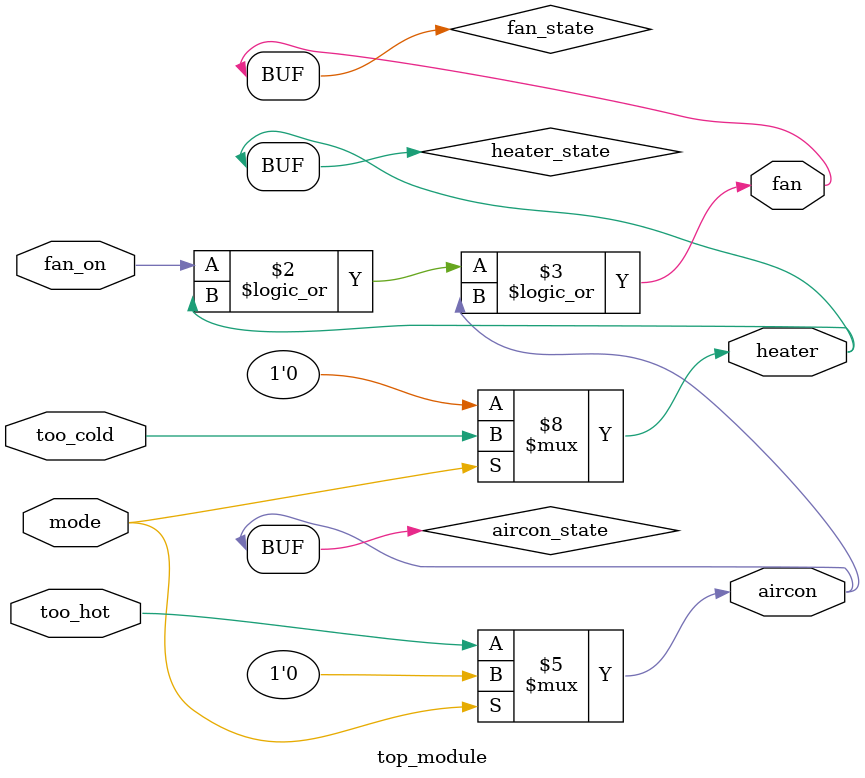
<source format=sv>
module top_module(
    input mode,
    input too_cold,
    input too_hot,
    input fan_on,
    output heater,
    output aircon,
    output fan
);
 
reg fan_state;
reg heater_state;
reg aircon_state;
 
always @(mode or too_cold or too_hot or fan_on) begin
    if (mode) begin
        heater_state = too_cold;
        aircon_state = 0;
    end
    else begin
        heater_state = 0;
        aircon_state = too_hot;
    end
    
    fan_state = fan_on || heater_state || aircon_state;
end
 
assign heater = heater_state;
assign aircon = aircon_state;
assign fan = fan_state;
 
endmodule

</source>
